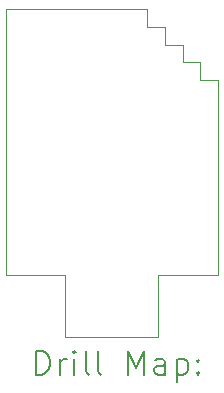
<source format=gbr>
%TF.GenerationSoftware,KiCad,Pcbnew,8.0.6*%
%TF.CreationDate,2024-11-11T17:29:23+03:00*%
%TF.ProjectId,broken-file badge,62726f6b-656e-42d6-9669-6c6520626164,rev?*%
%TF.SameCoordinates,Original*%
%TF.FileFunction,Drillmap*%
%TF.FilePolarity,Positive*%
%FSLAX45Y45*%
G04 Gerber Fmt 4.5, Leading zero omitted, Abs format (unit mm)*
G04 Created by KiCad (PCBNEW 8.0.6) date 2024-11-11 17:29:23*
%MOMM*%
%LPD*%
G01*
G04 APERTURE LIST*
%ADD10C,0.050000*%
%ADD11C,0.200000*%
G04 APERTURE END LIST*
D10*
X4987000Y-3211000D02*
X3787000Y-3211000D01*
X5288000Y-3659000D02*
X5288000Y-3511000D01*
X5588000Y-3811000D02*
X5435000Y-3811000D01*
X5288000Y-3511000D02*
X5135000Y-3511000D01*
X4987000Y-3363000D02*
X4987000Y-3211000D01*
X5135000Y-3511000D02*
X5135000Y-3363000D01*
X5435000Y-3811000D02*
X5435000Y-3659000D01*
X5435000Y-3659000D02*
X5288000Y-3659000D01*
X3787000Y-3211000D02*
X3787000Y-5459000D01*
X4289000Y-5459000D02*
X4289000Y-5991000D01*
X4289000Y-5991000D02*
X5074000Y-5991000D01*
X3787000Y-5459000D02*
X4289000Y-5459000D01*
X5074000Y-5459000D02*
X5587000Y-5459000D01*
X5587000Y-5459000D02*
X5588000Y-3811000D01*
X5074000Y-5991000D02*
X5074000Y-5459000D01*
X5135000Y-3363000D02*
X4987000Y-3363000D01*
D11*
X4045277Y-6304984D02*
X4045277Y-6104984D01*
X4045277Y-6104984D02*
X4092896Y-6104984D01*
X4092896Y-6104984D02*
X4121467Y-6114508D01*
X4121467Y-6114508D02*
X4140515Y-6133555D01*
X4140515Y-6133555D02*
X4150039Y-6152603D01*
X4150039Y-6152603D02*
X4159562Y-6190698D01*
X4159562Y-6190698D02*
X4159562Y-6219269D01*
X4159562Y-6219269D02*
X4150039Y-6257365D01*
X4150039Y-6257365D02*
X4140515Y-6276412D01*
X4140515Y-6276412D02*
X4121467Y-6295460D01*
X4121467Y-6295460D02*
X4092896Y-6304984D01*
X4092896Y-6304984D02*
X4045277Y-6304984D01*
X4245277Y-6304984D02*
X4245277Y-6171650D01*
X4245277Y-6209746D02*
X4254801Y-6190698D01*
X4254801Y-6190698D02*
X4264324Y-6181174D01*
X4264324Y-6181174D02*
X4283372Y-6171650D01*
X4283372Y-6171650D02*
X4302420Y-6171650D01*
X4369086Y-6304984D02*
X4369086Y-6171650D01*
X4369086Y-6104984D02*
X4359563Y-6114508D01*
X4359563Y-6114508D02*
X4369086Y-6124031D01*
X4369086Y-6124031D02*
X4378610Y-6114508D01*
X4378610Y-6114508D02*
X4369086Y-6104984D01*
X4369086Y-6104984D02*
X4369086Y-6124031D01*
X4492896Y-6304984D02*
X4473848Y-6295460D01*
X4473848Y-6295460D02*
X4464324Y-6276412D01*
X4464324Y-6276412D02*
X4464324Y-6104984D01*
X4597658Y-6304984D02*
X4578610Y-6295460D01*
X4578610Y-6295460D02*
X4569086Y-6276412D01*
X4569086Y-6276412D02*
X4569086Y-6104984D01*
X4826229Y-6304984D02*
X4826229Y-6104984D01*
X4826229Y-6104984D02*
X4892896Y-6247841D01*
X4892896Y-6247841D02*
X4959563Y-6104984D01*
X4959563Y-6104984D02*
X4959563Y-6304984D01*
X5140515Y-6304984D02*
X5140515Y-6200222D01*
X5140515Y-6200222D02*
X5130991Y-6181174D01*
X5130991Y-6181174D02*
X5111944Y-6171650D01*
X5111944Y-6171650D02*
X5073848Y-6171650D01*
X5073848Y-6171650D02*
X5054801Y-6181174D01*
X5140515Y-6295460D02*
X5121467Y-6304984D01*
X5121467Y-6304984D02*
X5073848Y-6304984D01*
X5073848Y-6304984D02*
X5054801Y-6295460D01*
X5054801Y-6295460D02*
X5045277Y-6276412D01*
X5045277Y-6276412D02*
X5045277Y-6257365D01*
X5045277Y-6257365D02*
X5054801Y-6238317D01*
X5054801Y-6238317D02*
X5073848Y-6228793D01*
X5073848Y-6228793D02*
X5121467Y-6228793D01*
X5121467Y-6228793D02*
X5140515Y-6219269D01*
X5235753Y-6171650D02*
X5235753Y-6371650D01*
X5235753Y-6181174D02*
X5254801Y-6171650D01*
X5254801Y-6171650D02*
X5292896Y-6171650D01*
X5292896Y-6171650D02*
X5311944Y-6181174D01*
X5311944Y-6181174D02*
X5321467Y-6190698D01*
X5321467Y-6190698D02*
X5330991Y-6209746D01*
X5330991Y-6209746D02*
X5330991Y-6266888D01*
X5330991Y-6266888D02*
X5321467Y-6285936D01*
X5321467Y-6285936D02*
X5311944Y-6295460D01*
X5311944Y-6295460D02*
X5292896Y-6304984D01*
X5292896Y-6304984D02*
X5254801Y-6304984D01*
X5254801Y-6304984D02*
X5235753Y-6295460D01*
X5416705Y-6285936D02*
X5426229Y-6295460D01*
X5426229Y-6295460D02*
X5416705Y-6304984D01*
X5416705Y-6304984D02*
X5407182Y-6295460D01*
X5407182Y-6295460D02*
X5416705Y-6285936D01*
X5416705Y-6285936D02*
X5416705Y-6304984D01*
X5416705Y-6181174D02*
X5426229Y-6190698D01*
X5426229Y-6190698D02*
X5416705Y-6200222D01*
X5416705Y-6200222D02*
X5407182Y-6190698D01*
X5407182Y-6190698D02*
X5416705Y-6181174D01*
X5416705Y-6181174D02*
X5416705Y-6200222D01*
M02*

</source>
